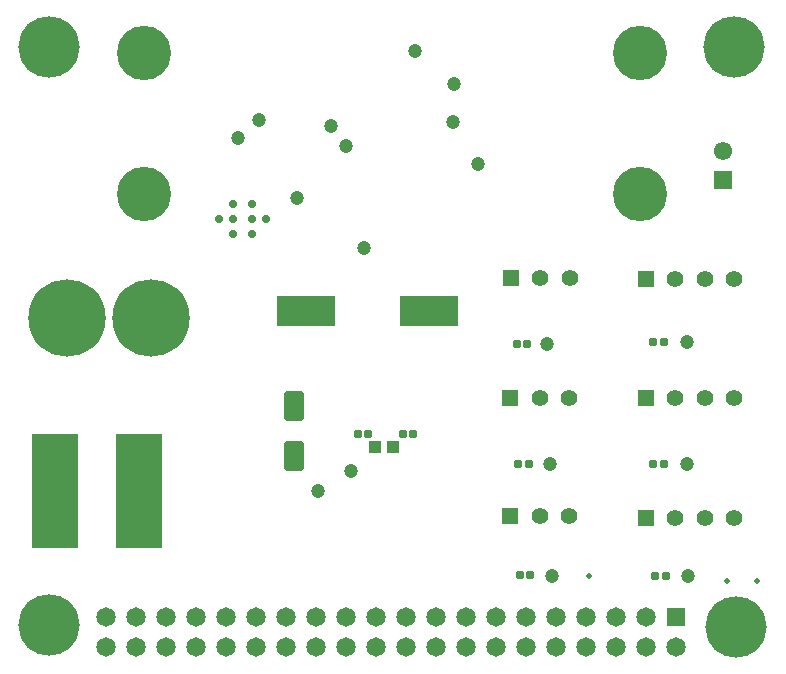
<source format=gbr>
G04*
G04 #@! TF.GenerationSoftware,Altium Limited,Altium Designer,23.10.1 (27)*
G04*
G04 Layer_Color=8388736*
%FSLAX42Y42*%
%MOMM*%
G71*
G04*
G04 #@! TF.SameCoordinates,D45A84C9-24EE-431E-81B0-E16C7BED9CBD*
G04*
G04*
G04 #@! TF.FilePolarity,Negative*
G04*
G01*
G75*
%ADD26C,0.46*%
G04:AMPARAMS|DCode=27|XSize=0.75mm|YSize=0.7mm|CornerRadius=0.16mm|HoleSize=0mm|Usage=FLASHONLY|Rotation=270.000|XOffset=0mm|YOffset=0mm|HoleType=Round|Shape=RoundedRectangle|*
%AMROUNDEDRECTD27*
21,1,0.75,0.38,0,0,270.0*
21,1,0.43,0.70,0,0,270.0*
1,1,0.33,-0.19,-0.21*
1,1,0.33,-0.19,0.21*
1,1,0.33,0.19,0.21*
1,1,0.33,0.19,-0.21*
%
%ADD27ROUNDEDRECTD27*%
%ADD28R,4.95X2.50*%
G04:AMPARAMS|DCode=29|XSize=2.53mm|YSize=1.75mm|CornerRadius=0.3mm|HoleSize=0mm|Usage=FLASHONLY|Rotation=270.000|XOffset=0mm|YOffset=0mm|HoleType=Round|Shape=RoundedRectangle|*
%AMROUNDEDRECTD29*
21,1,2.53,1.16,0,0,270.0*
21,1,1.94,1.75,0,0,270.0*
1,1,0.59,-0.58,-0.97*
1,1,0.59,-0.58,0.97*
1,1,0.59,0.58,0.97*
1,1,0.59,0.58,-0.97*
%
%ADD29ROUNDEDRECTD29*%
%ADD30R,1.00X1.00*%
%ADD31C,1.65*%
%ADD32R,1.65X1.65*%
%ADD33C,6.55*%
%ADD34C,4.60*%
%ADD35C,1.55*%
%ADD36R,1.55X1.55*%
%ADD37C,1.40*%
%ADD38R,1.40X1.40*%
%ADD39R,4.01X9.73*%
%ADD40C,5.20*%
%ADD41C,1.20*%
%ADD42C,0.70*%
D26*
X4572Y-4483D02*
D03*
X5740Y-4521D02*
D03*
X5994D02*
D03*
D27*
X5130Y-4483D02*
D03*
X5220D02*
D03*
X2699Y-3277D02*
D03*
X2609D02*
D03*
X3080D02*
D03*
X2990D02*
D03*
X3981Y-4470D02*
D03*
X4071D02*
D03*
X3956Y-2515D02*
D03*
X4046D02*
D03*
X3968Y-3531D02*
D03*
X4058D02*
D03*
X5111Y-2502D02*
D03*
X5201D02*
D03*
X5111Y-3531D02*
D03*
X5201D02*
D03*
D28*
X3215Y-2235D02*
D03*
X2170D02*
D03*
D29*
X2070Y-3467D02*
D03*
Y-3040D02*
D03*
D30*
X2756Y-3391D02*
D03*
X2906D02*
D03*
D31*
X483Y-5080D02*
D03*
Y-4826D02*
D03*
X737Y-5080D02*
D03*
Y-4826D02*
D03*
X991Y-5080D02*
D03*
Y-4826D02*
D03*
X1245Y-5080D02*
D03*
Y-4826D02*
D03*
X1499Y-5080D02*
D03*
Y-4826D02*
D03*
X1753Y-5080D02*
D03*
Y-4826D02*
D03*
X2007Y-5080D02*
D03*
Y-4826D02*
D03*
X2261Y-5080D02*
D03*
Y-4826D02*
D03*
X2515Y-5080D02*
D03*
Y-4826D02*
D03*
X2769Y-5080D02*
D03*
Y-4826D02*
D03*
X3023Y-5080D02*
D03*
Y-4826D02*
D03*
X3277Y-5080D02*
D03*
Y-4826D02*
D03*
X3531Y-5080D02*
D03*
Y-4826D02*
D03*
X3785Y-5080D02*
D03*
Y-4826D02*
D03*
X4039Y-5080D02*
D03*
Y-4826D02*
D03*
X4293Y-5080D02*
D03*
Y-4826D02*
D03*
X4547Y-5080D02*
D03*
Y-4826D02*
D03*
X4801Y-5080D02*
D03*
Y-4826D02*
D03*
X5055Y-5080D02*
D03*
Y-4826D02*
D03*
X5309Y-5080D02*
D03*
D32*
Y-4826D02*
D03*
D33*
X152Y-2299D02*
D03*
X864D02*
D03*
D34*
X5000Y-1250D02*
D03*
X800Y-50D02*
D03*
Y-1250D02*
D03*
X5000Y-50D02*
D03*
D35*
X5702Y-880D02*
D03*
D36*
Y-1130D02*
D03*
D37*
X4403Y-3973D02*
D03*
X4153D02*
D03*
X5298Y-1967D02*
D03*
X5548D02*
D03*
X5798D02*
D03*
X4407Y-1956D02*
D03*
X4157D02*
D03*
X4403Y-2972D02*
D03*
X4153D02*
D03*
X5300Y-3988D02*
D03*
X5550D02*
D03*
X5800D02*
D03*
X5298Y-2970D02*
D03*
X5548D02*
D03*
X5798D02*
D03*
D38*
X3903Y-3973D02*
D03*
X5048Y-1967D02*
D03*
X3907Y-1956D02*
D03*
X3903Y-2972D02*
D03*
X5050Y-3988D02*
D03*
X5048Y-2970D02*
D03*
D39*
X762Y-3759D02*
D03*
X51D02*
D03*
D40*
X5800Y0D02*
D03*
X0D02*
D03*
Y-4900D02*
D03*
X5817Y-4915D02*
D03*
D41*
X2095Y-1283D02*
D03*
X2667Y-1702D02*
D03*
X3099Y-38D02*
D03*
X3416Y-635D02*
D03*
X3429Y-317D02*
D03*
X3632Y-991D02*
D03*
X1600Y-775D02*
D03*
X2515Y-838D02*
D03*
X2388Y-673D02*
D03*
X1778Y-622D02*
D03*
X2273Y-3759D02*
D03*
X4216Y-2515D02*
D03*
X5397Y-2502D02*
D03*
Y-3531D02*
D03*
X5410Y-4483D02*
D03*
X4254D02*
D03*
X4242Y-3531D02*
D03*
X2553Y-3594D02*
D03*
D42*
X1713Y-1586D02*
D03*
X1556D02*
D03*
Y-1332D02*
D03*
X1713D02*
D03*
Y-1459D02*
D03*
X1556D02*
D03*
X1435D02*
D03*
X1834D02*
D03*
M02*

</source>
